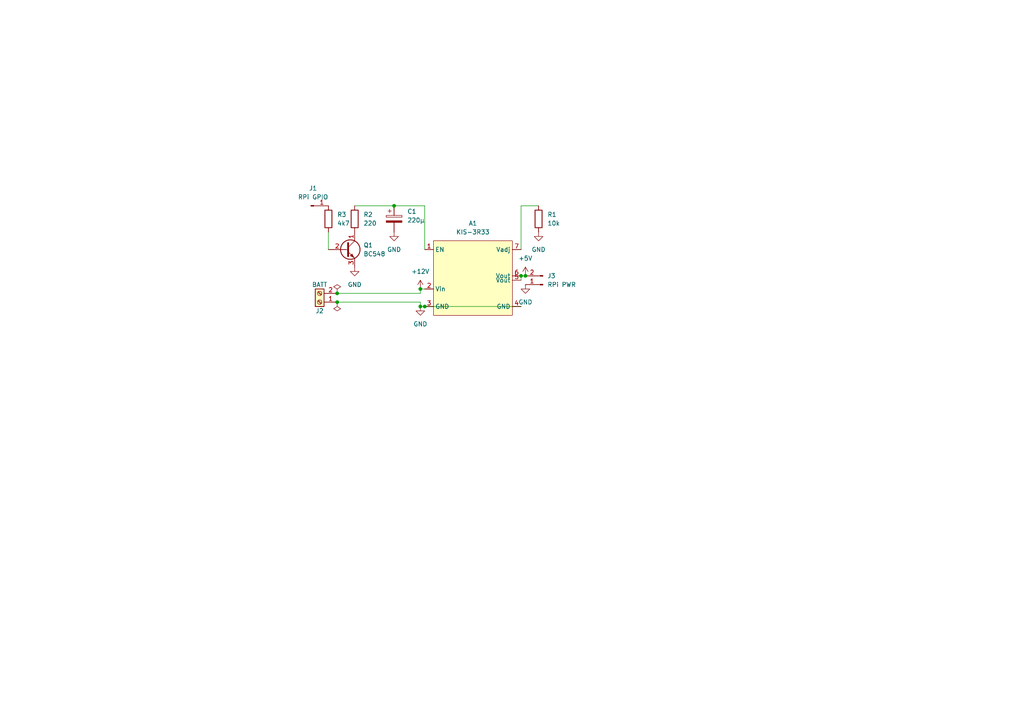
<source format=kicad_sch>
(kicad_sch (version 20211123) (generator eeschema)
  (paper "A4")
  (lib_symbols
    (symbol "Connector:Conn_01x01_Male" (pin_names (offset 1.016) hide)
      (property "Reference" "J" (at 0 2.54 0))
      (property "Value" "Conn_01x01_Male" (at 0 -2.54 0))
      (symbol "Conn_01x01_Male_1_1"
        (polyline (pts (xy 1.27 0) (xy 0.8636 0)) (stroke (width 0.1524)))
        (rectangle (start 0.8636 0.127) (end 0 -0.127) (stroke (width 0.1524)) (fill (type outline)))
        (pin passive line (at 5.08 0 180) (length 3.81) (name "Pin_1") (number "1"))
      )
    )
    (symbol "Connector:Conn_01x02_Male" (pin_names (offset 1.016) hide)
      (property "Reference" "J" (at 0 2.54 0))
      (property "Value" "Conn_01x02_Male" (at 0 -5.08 0))
      (symbol "Conn_01x02_Male_1_1"
        (polyline (pts (xy 1.27 -2.54) (xy 0.8636 -2.54)) (stroke (width 0.1524)))
        (polyline (pts (xy 1.27 0) (xy 0.8636 0)) (stroke (width 0.1524)))
        (rectangle (start 0.8636 -2.413) (end 0 -2.667) (stroke (width 0.1524)) (fill (type outline)))
        (rectangle (start 0.8636 0.127) (end 0 -0.127) (stroke (width 0.1524)) (fill (type outline)))
        (pin passive line (at 5.08 0 180) (length 3.81) (name "Pin_1") (number "1"))
        (pin passive line (at 5.08 -2.54 180) (length 3.81) (name "Pin_2") (number "2"))
      )
    )
    (symbol "Connector:Screw_Terminal_01x02" (pin_names (offset 1.016) hide)
      (property "Reference" "J" (at 0 2.54 0))
      (property "Value" "Screw_Terminal_01x02" (at 0 -5.08 0))
      (symbol "Screw_Terminal_01x02_1_1"
        (rectangle (start -1.27 1.27) (end 1.27 -3.81) (stroke (width 0.254)) (fill (type background)))
        (circle (center 0 -2.54) (radius 0.635) (stroke (width 0.1524)))
        (polyline (pts (xy -0.5334 -2.2098) (xy 0.3302 -3.048)) (stroke (width 0.1524)))
        (polyline (pts (xy -0.5334 0.3302) (xy 0.3302 -0.508)) (stroke (width 0.1524)))
        (polyline (pts (xy -0.3556 -2.032) (xy 0.508 -2.8702)) (stroke (width 0.1524)))
        (polyline (pts (xy -0.3556 0.508) (xy 0.508 -0.3302)) (stroke (width 0.1524)))
        (circle (center 0 0) (radius 0.635) (stroke (width 0.1524)))
        (pin passive line (at -5.08 0 0) (length 3.81) (name "Pin_1") (number "1"))
        (pin passive line (at -5.08 -2.54 0) (length 3.81) (name "Pin_2") (number "2"))
      )
    )
    (symbol "Device:C_Polarized" (pin_numbers hide) (pin_names (offset 0.254))
      (property "Reference" "C" (at 0.635 2.54 0))
      (property "Value" "C_Polarized" (at 0.635 -2.54 0))
      (symbol "C_Polarized_0_1"
        (rectangle (start -2.286 0.508) (end 2.286 1.016))
        (polyline (pts (xy -1.778 2.286) (xy -0.762 2.286)))
        (polyline (pts (xy -1.27 2.794) (xy -1.27 1.778)))
        (rectangle (start 2.286 -0.508) (end -2.286 -1.016) (fill (type outline)))
      )
      (symbol "C_Polarized_1_1"
        (pin passive line (at 0 3.81 270) (length 2.794) (name "~") (number "1"))
        (pin passive line (at 0 -3.81 90) (length 2.794) (name "~") (number "2"))
      )
    )
    (symbol "Device:R" (pin_numbers hide) (pin_names (offset 0))
      (property "Reference" "R" (at 2.032 0 90))
      (property "Value" "R" (at 0 0 90))
      (symbol "R_0_1"
        (rectangle (start -1.016 -2.54) (end 1.016 2.54) (stroke (width 0.254)))
      )
      (symbol "R_1_1"
        (pin passive line (at 0 3.81 270) (length 1.27) (name "~") (number "1"))
        (pin passive line (at 0 -3.81 90) (length 1.27) (name "~") (number "2"))
      )
    )
    (symbol "GW_custom:KIS-3R33"
      (property "Reference" "A" (at 0 16.51 0))
      (property "Value" "KIS-3R33" (at 0 13.97 0))
      (symbol "KIS-3R33_0_1"
        (rectangle (start -11.43 11.43) (end 11.43 -10.16) (fill (type background)))
      )
      (symbol "KIS-3R33_1_1"
        (pin input line (at -13.97 8.89 0) (length 2.54) (name "EN") (number "1"))
        (pin power_in line (at -13.97 -2.54 0) (length 2.54) (name "Vin") (number "2"))
        (pin power_in line (at -13.97 -7.62 0) (length 2.54) (name "GND") (number "3"))
        (pin power_out line (at 13.97 -7.62 180) (length 2.54) (name "GND") (number "4"))
        (pin power_out line (at 13.97 0 180) (length 2.54) (name "Vout") (number "5"))
        (pin power_out line (at 13.97 1.27 180) (length 2.54) (name "Vout") (number "6"))
        (pin input line (at 13.97 8.89 180) (length 2.54) (name "Vadj") (number "7"))
      )
    )
    (symbol "Transistor_BJT:BC548" (pin_names (offset 0) hide)
      (property "Reference" "Q" (at 5.08 1.905 0))
      (property "Value" "BC548" (at 5.08 0 0))
      (symbol "BC548_0_1"
        (polyline (pts (xy 0 0) (xy 0.635 0)))
        (polyline (pts (xy 0.635 0.635) (xy 2.54 2.54)))
        (polyline (pts (xy 0.635 -0.635) (xy 2.54 -2.54) (xy 2.54 -2.54)))
        (polyline (pts (xy 0.635 1.905) (xy 0.635 -1.905) (xy 0.635 -1.905)) (stroke (width 0.508)))
        (polyline (pts (xy 1.27 -1.778) (xy 1.778 -1.27) (xy 2.286 -2.286) (xy 1.27 -1.778) (xy 1.27 -1.778)) (fill (type outline)))
        (circle (center 1.27 0) (radius 2.8194) (stroke (width 0.254)))
      )
      (symbol "BC548_1_1"
        (pin passive line (at 2.54 5.08 270) (length 2.54) (name "C") (number "1"))
        (pin input line (at -5.08 0 0) (length 5.08) (name "B") (number "2"))
        (pin passive line (at 2.54 -5.08 90) (length 2.54) (name "E") (number "3"))
      )
    )
    (symbol "power:+12V" (power) (pin_names (offset 0))
      (property "Value" "+12V" (at 0 3.556 0))
      (symbol "+12V_0_1"
        (polyline (pts (xy -0.762 1.27) (xy 0 2.54)))
        (polyline (pts (xy 0 0) (xy 0 2.54)))
        (polyline (pts (xy 0 2.54) (xy 0.762 1.27)))
      )
      (symbol "+12V_1_1"
        (pin power_in line (at 0 0 90) (length 0) hide (name "+12V") (number "1"))
      )
    )
    (symbol "power:+5V" (power) (pin_names (offset 0))
      (property "Value" "+5V" (at 0 3.556 0))
      (symbol "+5V_0_1"
        (polyline (pts (xy -0.762 1.27) (xy 0 2.54)))
        (polyline (pts (xy 0 0) (xy 0 2.54)))
        (polyline (pts (xy 0 2.54) (xy 0.762 1.27)))
      )
      (symbol "+5V_1_1"
        (pin power_in line (at 0 0 90) (length 0) hide (name "+5V") (number "1"))
      )
    )
    (symbol "power:GND" (power) (pin_names (offset 0))
      (property "Value" "GND" (at 0 -3.81 0))
      (symbol "GND_0_1"
        (polyline (pts (xy 0 0) (xy 0 -1.27) (xy 1.27 -1.27) (xy 0 -2.54) (xy -1.27 -1.27) (xy 0 -1.27)))
      )
      (symbol "GND_1_1"
        (pin power_in line (at 0 0 270) (length 0) hide (name "GND") (number "1"))
      )
    )
    (symbol "power:PWR_FLAG" (power) (pin_numbers hide) (pin_names (offset 0) hide)
      (property "Value" "PWR_FLAG" (at 0 3.81 0))
      (symbol "PWR_FLAG_0_0"
        (pin power_out line (at 0 0 90) (length 0) (name "pwr") (number "1"))
      )
      (symbol "PWR_FLAG_0_1"
        (polyline (pts (xy 0 0) (xy 0 1.27) (xy -1.016 1.905) (xy 0 2.54) (xy 1.016 1.905) (xy 0 1.27)))
      )
    )
  )
  (junction (at 97.79 85.09))
  (junction (at 121.92 83.82))
  (junction (at 123.19 88.9))
  (junction (at 151.13 80.01))
  (junction (at 121.92 88.9))
  (junction (at 114.3 59.69))
  (junction (at 97.79 87.63))
  (junction (at 152.4 80.01))
  (wire (pts (xy 97.79 87.63) (xy 121.92 87.63)))
  (wire (pts (xy 95.25 67.31) (xy 95.25 72.39)))
  (wire (pts (xy 121.92 87.63) (xy 121.92 88.9)))
  (wire (pts (xy 114.3 60.96) (xy 114.3 59.69)))
  (wire (pts (xy 102.87 59.69) (xy 114.3 59.69)))
  (wire (pts (xy 97.79 85.09) (xy 121.92 85.09)))
  (wire (pts (xy 121.92 88.9) (xy 123.19 88.9)))
  (wire (pts (xy 121.92 83.82) (xy 121.92 85.09)))
  (wire (pts (xy 123.19 59.69) (xy 123.19 72.39)))
  (wire (pts (xy 151.13 80.01) (xy 152.4 80.01)))
  (wire (pts (xy 151.13 59.69) (xy 156.21 59.69)))
  (wire (pts (xy 151.13 72.39) (xy 151.13 59.69)))
  (wire (pts (xy 114.3 59.69) (xy 123.19 59.69)))
  (wire (pts (xy 123.19 88.9) (xy 151.13 88.9)))
  (wire (pts (xy 121.92 83.82) (xy 123.19 83.82)))
  (wire (pts (xy 151.13 80.01) (xy 151.13 81.28)))
  (symbol (lib_id "Transistor_BJT:BC548") (at 100.33 72.39 0) (unit 1)
    (property "Reference" "Q1" (at 105.41 71.1199 0) (effects (justify left)))
    (property "Value" "BC548" (at 105.41 73.6599 0) (effects (justify left)))
    (property "Footprint" "Package_TO_SOT_THT:TO-92_Wide" (effects hide))
    (property "Datasheet" "https://www.onsemi.com/pub/Collateral/BC550-D.pdf" (effects hide))
  )
  (symbol (lib_id "power:+12V") (at 121.92 83.82 0) (unit 1)
    (property "Reference" "#PWR0103" (effects hide))
    (property "Value" "+12V" (at 121.92 78.74 0))
  )
  (symbol (lib_id "Device:R") (at 95.25 63.5 0) (unit 1)
    (property "Reference" "R3" (at 97.79 62.2299 0) (effects (justify left)))
    (property "Value" "4k7" (at 97.79 64.7699 0) (effects (justify left)))
    (property "Footprint" "Resistor_THT:R_Axial_DIN0207_L6.3mm_D2.5mm_P2.54mm_Vertical" (effects hide))
  )
  (symbol (lib_id "power:PWR_FLAG") (at 97.79 87.63 180) (unit 1)
    (property "Reference" "#FLG0101" (effects hide))
    (property "Value" "PWR_FLAG" (effects hide))
  )
  (symbol (lib_id "power:GND") (at 156.21 67.31 0) (unit 1)
    (property "Reference" "#PWR0105" (effects hide))
    (property "Value" "GND" (at 156.21 72.39 0))
  )
  (symbol (lib_id "Connector:Conn_01x02_Male") (at 157.48 82.55 180) (unit 1)
    (property "Reference" "J3" (at 158.75 80.0099 0) (effects (justify right)))
    (property "Value" "RPi PWR" (at 158.75 82.5499 0) (effects (justify right)))
    (property "Footprint" "Connector_PinHeader_2.54mm:PinHeader_1x02_P2.54mm_Vertical" (effects hide))
  )
  (symbol (lib_id "power:GND") (at 152.4 82.55 0) (unit 1)
    (property "Reference" "#PWR0107" (effects hide))
    (property "Value" "GND" (at 152.4 87.63 0))
  )
  (symbol (lib_id "power:+5V") (at 152.4 80.01 0) (unit 1)
    (property "Reference" "#PWR0106" (effects hide))
    (property "Value" "+5V" (at 152.4 74.93 0))
  )
  (symbol (lib_id "power:GND") (at 114.3 67.31 0) (unit 1)
    (property "Reference" "#PWR0102" (effects hide))
    (property "Value" "GND" (at 114.3 72.39 0))
  )
  (symbol (lib_id "Connector:Screw_Terminal_01x02") (at 92.71 87.63 180) (unit 1)
    (property "Reference" "J2" (at 92.71 90.17 0))
    (property "Value" "BATT" (at 92.71 82.55 0))
    (property "Footprint" "TerminalBlock:TerminalBlock_bornier-2_P5.08mm" (effects hide))
  )
  (symbol (lib_id "Device:C_Polarized") (at 114.3 63.5 0) (unit 1)
    (property "Reference" "C1" (at 118.11 61.3409 0) (effects (justify left)))
    (property "Value" "220µ" (at 118.11 63.8809 0) (effects (justify left)))
    (property "Footprint" "Capacitor_THT:CP_Radial_D8.0mm_P5.00mm" (effects hide))
  )
  (symbol (lib_id "power:GND") (at 102.87 77.47 0) (unit 1)
    (property "Reference" "#PWR0101" (effects hide))
    (property "Value" "GND" (at 102.87 82.55 0))
  )
  (symbol (lib_id "Connector:Conn_01x01_Male") (at 90.17 59.69 0) (unit 1)
    (property "Reference" "J1" (at 90.805 54.61 0))
    (property "Value" "RPi GPIO" (at 90.805 57.15 0))
    (property "Footprint" "Connector_PinHeader_2.54mm:PinHeader_1x01_P2.54mm_Vertical" (effects hide))
  )
  (symbol (lib_id "power:GND") (at 121.92 88.9 0) (unit 1)
    (property "Reference" "#PWR0104" (effects hide))
    (property "Value" "GND" (at 121.92 93.98 0))
  )
  (symbol (lib_id "Device:R") (at 102.87 63.5 0) (unit 1)
    (property "Reference" "R2" (at 105.41 62.2299 0) (effects (justify left)))
    (property "Value" "220" (at 105.41 64.7699 0) (effects (justify left)))
    (property "Footprint" "Resistor_THT:R_Axial_DIN0207_L6.3mm_D2.5mm_P2.54mm_Vertical" (effects hide))
  )
  (symbol (lib_id "power:PWR_FLAG") (at 97.79 85.09 0) (unit 1)
    (property "Reference" "#FLG0102" (effects hide))
    (property "Value" "PWR_FLAG" (effects hide))
  )
  (symbol (lib_id "GW_custom:KIS-3R33") (at 137.16 81.28 0) (unit 1)
    (property "Reference" "A1" (at 137.16 64.77 0))
    (property "Value" "KIS-3R33" (at 137.16 67.31 0))
    (property "Footprint" "Module:KIS-3R33S package" (effects hide))
  )
  (symbol (lib_id "Device:R") (at 156.21 63.5 0) (unit 1)
    (property "Reference" "R1" (at 158.75 62.2299 0) (effects (justify left)))
    (property "Value" "10k" (at 158.75 64.7699 0) (effects (justify left)))
    (property "Footprint" "Resistor_THT:R_Axial_DIN0207_L6.3mm_D2.5mm_P2.54mm_Vertical" (effects hide))
  )
)
</source>
